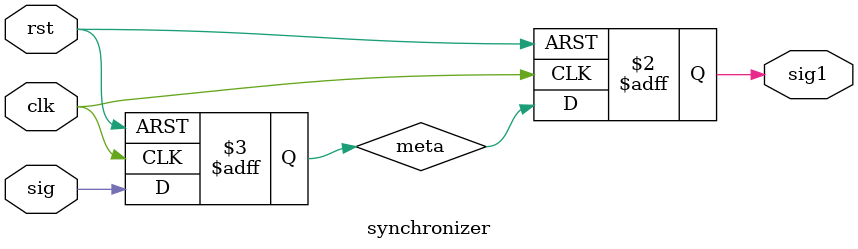
<source format=v>
`timescale 1ns / 1ps


module synchronizer(
    input clk , rst , sig ,output reg sig1
    );
    reg meta ;
    always @(posedge clk, posedge rst) begin 
    if(rst) begin
    meta=0;
    sig1=0;
    end
    else begin
    meta<=sig;
    sig1<=meta;
    
    end
    
    end
    
endmodule

</source>
